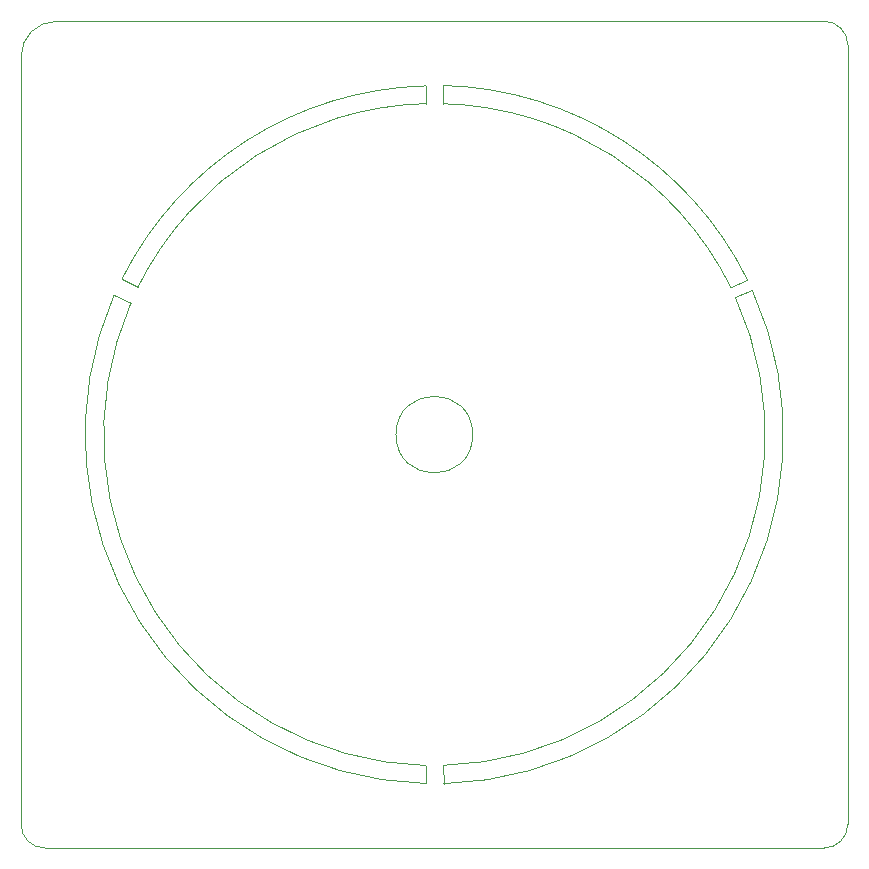
<source format=gbr>
G04 #@! TF.GenerationSoftware,KiCad,Pcbnew,(5.1.5)-3*
G04 #@! TF.CreationDate,2020-01-29T13:04:29+01:00*
G04 #@! TF.ProjectId,StepperClockLedRing,53746570-7065-4724-936c-6f636b4c6564,V0.1*
G04 #@! TF.SameCoordinates,Original*
G04 #@! TF.FileFunction,Profile,NP*
%FSLAX46Y46*%
G04 Gerber Fmt 4.6, Leading zero omitted, Abs format (unit mm)*
G04 Created by KiCad (PCBNEW (5.1.5)-3) date 2020-01-29 13:04:29*
%MOMM*%
%LPD*%
G04 APERTURE LIST*
%ADD10C,0.050000*%
G04 APERTURE END LIST*
D10*
X69469704Y-113972355D02*
G75*
G02X93800000Y-98475000I25080296J-12527645D01*
G01*
X68111165Y-113305583D02*
G75*
G02X93800000Y-96975000I26438835J-13219417D01*
G01*
X93800000Y-96975000D02*
X93800000Y-98475000D01*
X95300519Y-98480858D02*
G75*
G02X119650000Y-114025000I-750519J-28019142D01*
G01*
X95300955Y-96937326D02*
X95300519Y-98480858D01*
X95300955Y-96937326D02*
G75*
G02X121050000Y-113375000I-750955J-29562674D01*
G01*
X119650000Y-114025000D02*
X121050000Y-113375000D01*
X120032247Y-114871693D02*
G75*
G02X95299999Y-154499999I-25482247J-11628307D01*
G01*
X120032247Y-114871693D02*
X121438263Y-114218942D01*
X121438263Y-114218942D02*
G75*
G02X95324999Y-156049999I-26888263J-12281058D01*
G01*
X95299999Y-154499999D02*
X95324999Y-156049999D01*
X93825197Y-154517478D02*
G75*
G02X68850000Y-115375000I749803J28017478D01*
G01*
X93825197Y-154517477D02*
X93799721Y-156036010D01*
X93799721Y-156036010D02*
G75*
G02X67425000Y-114700000I750279J29561010D01*
G01*
X67425000Y-114700000D02*
X68850000Y-115375000D01*
X68111165Y-113305582D02*
X69469704Y-113972355D01*
X97800000Y-126500000D02*
G75*
G03X97800000Y-126500000I-3250000J0D01*
G01*
X61550000Y-161500000D02*
G75*
G02X59550000Y-159500000I0J2000000D01*
G01*
X59550000Y-94500000D02*
G75*
G02X62550000Y-91500000I3000000J0D01*
G01*
X127550000Y-91500000D02*
G75*
G02X129550000Y-93500000I0J-2000000D01*
G01*
X129550000Y-159500000D02*
G75*
G02X127550000Y-161500000I-2000000J0D01*
G01*
X129550000Y-159500000D02*
X129550000Y-93500000D01*
X61550000Y-161500000D02*
X127550000Y-161500000D01*
X59550000Y-94500000D02*
X59550000Y-159500000D01*
X62550000Y-91500000D02*
X127550000Y-91500000D01*
M02*

</source>
